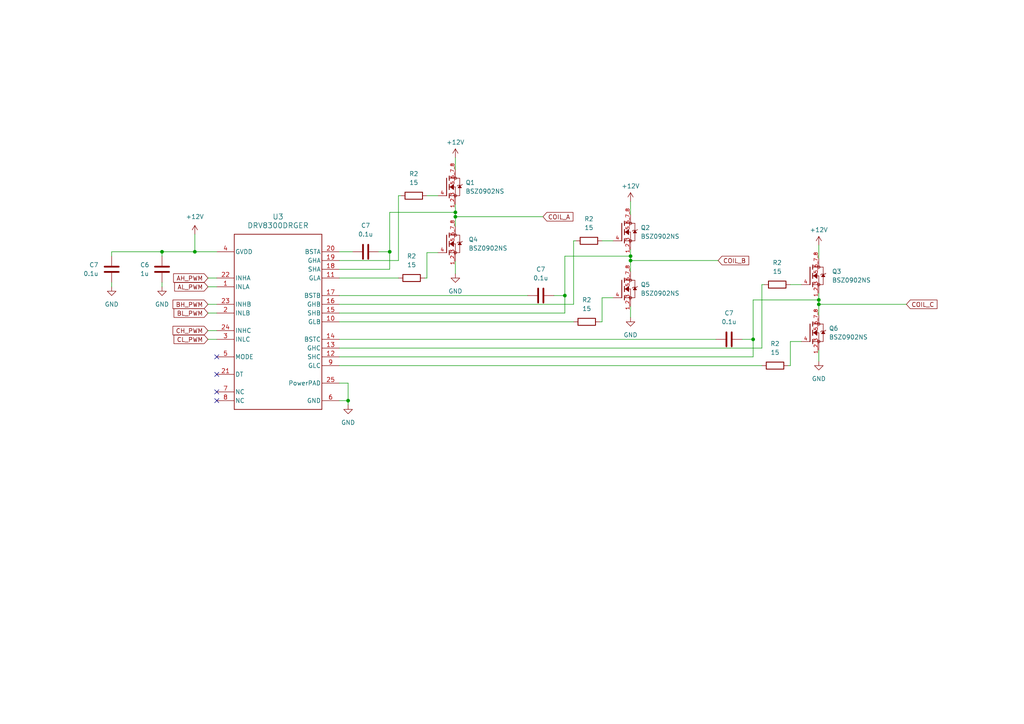
<source format=kicad_sch>
(kicad_sch (version 20230121) (generator eeschema)
  (paper "A4")
  (lib_symbols
    (symbol "BSZ0902NS:BSZ0902NS" (pin_names (offset 1.016))
      (property "Reference" "Q" (at -8.89 2.54 0))
      (property "Value" "BSZ0902NS" (at -8.89 -7.62 0))
      (symbol "BSZ0902NS_0_0"
        (polyline (pts (xy 0 2.54) (xy 0 -2.54)) (stroke (width 0.254)))
        (polyline (pts (xy 0.762 -2.54) (xy 0.762 -3.175)) (stroke (width 0.254)))
        (polyline (pts (xy 0.762 -1.905) (xy 0.762 -2.54)) (stroke (width 0.254)))
        (polyline (pts (xy 0.762 0) (xy 0.762 -0.762)) (stroke (width 0.254)))
        (polyline (pts (xy 0.762 0) (xy 2.54 0)) (stroke (width 0.1524)))
        (polyline (pts (xy 0.762 0.762) (xy 0.762 0)) (stroke (width 0.254)))
        (polyline (pts (xy 0.762 2.54) (xy 0.762 1.905)) (stroke (width 0.254)))
        (polyline (pts (xy 0.762 2.54) (xy 3.81 2.54)) (stroke (width 0.1524)))
        (polyline (pts (xy 0.762 3.175) (xy 0.762 2.54)) (stroke (width 0.254)))
        (polyline (pts (xy 2.54 -2.54) (xy 0.762 -2.54)) (stroke (width 0.1524)))
        (polyline (pts (xy 2.54 -2.54) (xy 3.81 -2.54)) (stroke (width 0.1524)))
        (polyline (pts (xy 2.54 0) (xy 2.54 -2.54)) (stroke (width 0.1524)))
        (polyline (pts (xy 3.302 0.508) (xy 3.048 0.254)) (stroke (width 0.1524)))
        (polyline (pts (xy 3.81 0.508) (xy 3.302 0.508)) (stroke (width 0.1524)))
        (polyline (pts (xy 3.81 0.508) (xy 3.81 -2.54)) (stroke (width 0.1524)))
        (polyline (pts (xy 3.81 2.54) (xy 3.81 0.508)) (stroke (width 0.1524)))
        (polyline (pts (xy 4.318 0.508) (xy 3.81 0.508)) (stroke (width 0.1524)))
        (polyline (pts (xy 4.572 0.762) (xy 4.318 0.508)) (stroke (width 0.1524)))
        (polyline (pts (xy 1.016 0) (xy 2.032 0.762) (xy 2.032 -0.762) (xy 1.016 0)) (stroke (width 0.1524)) (fill (type outline)))
        (polyline (pts (xy 3.81 0.508) (xy 3.302 -0.254) (xy 4.318 -0.254) (xy 3.81 0.508)) (stroke (width 0.1524)) (fill (type outline)))
        (circle (center 2.54 -2.54) (radius 0.3592))
        (circle (center 2.54 2.54) (radius 0.3592))
        (pin passive line (at 2.54 -5.08 90) (length 2.54) (name "~") (number "1_2_3"))
        (pin passive line (at -2.54 -2.54 0) (length 2.54) (name "~") (number "4"))
        (pin passive line (at 2.54 5.08 270) (length 2.54) (name "~") (number "5_6_7_8"))
      )
    )
    (symbol "DRV8300DRGER:DRV8300DRGER" (pin_names (offset 0.254))
      (property "Reference" "U" (at 0 2.54 0))
      (property "Value" "DRV8300DRGER" (at 0 0 0))
      (symbol "DRV8300DRGER_0_1"
        (polyline (pts (xy 5.08 -45.72) (xy 30.48 -45.72)) (stroke (width 0.2032)))
        (polyline (pts (xy 5.08 5.08) (xy 5.08 -45.72)) (stroke (width 0.2032)))
        (polyline (pts (xy 30.48 -45.72) (xy 30.48 5.08)) (stroke (width 0.2032)))
        (polyline (pts (xy 30.48 5.08) (xy 5.08 5.08)) (stroke (width 0.2032)))
        (pin input line (at 0 -10.16 0) (length 5.08) (name "INLA") (number "1"))
        (pin output line (at 35.56 -20.32 180) (length 5.08) (name "GLB") (number "10"))
        (pin output line (at 35.56 -7.62 180) (length 5.08) (name "GLA") (number "11"))
        (pin input line (at 35.56 -30.48 180) (length 5.08) (name "SHC") (number "12"))
        (pin output line (at 35.56 -27.94 180) (length 5.08) (name "GHC") (number "13"))
        (pin output line (at 35.56 -25.4 180) (length 5.08) (name "BSTC") (number "14"))
        (pin input line (at 35.56 -17.78 180) (length 5.08) (name "SHB") (number "15"))
        (pin output line (at 35.56 -15.24 180) (length 5.08) (name "GHB") (number "16"))
        (pin output line (at 35.56 -12.7 180) (length 5.08) (name "BSTB") (number "17"))
        (pin input line (at 35.56 -5.08 180) (length 5.08) (name "SHA") (number "18"))
        (pin output line (at 35.56 -2.54 180) (length 5.08) (name "GHA") (number "19"))
        (pin input line (at 0 -17.78 0) (length 5.08) (name "INLB") (number "2"))
        (pin output line (at 35.56 0 180) (length 5.08) (name "BSTA") (number "20"))
        (pin input line (at 0 -35.56 0) (length 5.08) (name "DT") (number "21"))
        (pin input line (at 0 -7.62 0) (length 5.08) (name "INHA") (number "22"))
        (pin input line (at 0 -15.24 0) (length 5.08) (name "INHB") (number "23"))
        (pin input line (at 0 -22.86 0) (length 5.08) (name "INHC") (number "24"))
        (pin power_in line (at 35.56 -38.1 180) (length 5.08) (name "PowerPAD") (number "25"))
        (pin input line (at 0 -25.4 0) (length 5.08) (name "INLC") (number "3"))
        (pin power_in line (at 0 0 0) (length 5.08) (name "GVDD") (number "4"))
        (pin input line (at 0 -30.48 0) (length 5.08) (name "MODE") (number "5"))
        (pin power_in line (at 35.56 -43.18 180) (length 5.08) (name "GND") (number "6"))
        (pin unspecified line (at 0 -40.64 0) (length 5.08) (name "NC") (number "7"))
        (pin unspecified line (at 0 -43.18 0) (length 5.08) (name "NC") (number "8"))
        (pin output line (at 35.56 -33.02 180) (length 5.08) (name "GLC") (number "9"))
      )
    )
    (symbol "Device:C" (pin_numbers hide) (pin_names (offset 0.254))
      (property "Reference" "C" (at 0.635 2.54 0))
      (property "Value" "C" (at 0.635 -2.54 0))
      (symbol "C_0_1"
        (polyline (pts (xy -2.032 -0.762) (xy 2.032 -0.762)) (stroke (width 0.508)))
        (polyline (pts (xy -2.032 0.762) (xy 2.032 0.762)) (stroke (width 0.508)))
      )
      (symbol "C_1_1"
        (pin passive line (at 0 3.81 270) (length 2.794) (name "~") (number "1"))
        (pin passive line (at 0 -3.81 90) (length 2.794) (name "~") (number "2"))
      )
    )
    (symbol "Device:R" (pin_numbers hide) (pin_names (offset 0))
      (property "Reference" "R" (at 2.032 0 90))
      (property "Value" "R" (at 0 0 90))
      (symbol "R_0_1"
        (rectangle (start -1.016 -2.54) (end 1.016 2.54) (stroke (width 0.254)))
      )
      (symbol "R_1_1"
        (pin passive line (at 0 3.81 270) (length 1.27) (name "~") (number "1"))
        (pin passive line (at 0 -3.81 90) (length 1.27) (name "~") (number "2"))
      )
    )
    (symbol "power:+12V" (power) (pin_names (offset 0))
      (property "Value" "+12V" (at 0 3.556 0))
      (symbol "+12V_0_1"
        (polyline (pts (xy -0.762 1.27) (xy 0 2.54)))
        (polyline (pts (xy 0 0) (xy 0 2.54)))
        (polyline (pts (xy 0 2.54) (xy 0.762 1.27)))
      )
      (symbol "+12V_1_1"
        (pin power_in line (at 0 0 90) (length 0) hide (name "+12V") (number "1"))
      )
    )
    (symbol "power:GND" (power) (pin_names (offset 0))
      (property "Value" "GND" (at 0 -3.81 0))
      (symbol "GND_0_1"
        (polyline (pts (xy 0 0) (xy 0 -1.27) (xy 1.27 -1.27) (xy 0 -2.54) (xy -1.27 -1.27) (xy 0 -1.27)))
      )
      (symbol "GND_1_1"
        (pin power_in line (at 0 0 270) (length 0) hide (name "GND") (number "1"))
      )
    )
  )
  (junction (at 182.88 74.295))
  (junction (at 100.965 116.205))
  (junction (at 237.49 88.265))
  (junction (at 132.08 61.595))
  (junction (at 56.515 73.025))
  (junction (at 182.88 75.565))
  (junction (at 46.99 73.025))
  (junction (at 218.44 98.425))
  (junction (at 237.49 86.995))
  (junction (at 163.83 85.725))
  (junction (at 132.08 62.865))
  (junction (at 113.03 73.025))
  (no_connect (at 62.865 108.585))
  (no_connect (at 62.865 113.665))
  (no_connect (at 62.865 103.505))
  (no_connect (at 62.865 116.205))
  (wire (pts (xy 100.965 111.125) (xy 100.965 116.205)))
  (wire (pts (xy 115.57 56.769) (xy 115.57 75.565)))
  (wire (pts (xy 98.425 85.725) (xy 153.035 85.725)))
  (wire (pts (xy 182.88 88.9) (xy 182.88 92.075)))
  (wire (pts (xy 229.235 99.06) (xy 229.235 106.045)))
  (wire (pts (xy 123.825 80.645) (xy 123.19 80.645)))
  (wire (pts (xy 32.385 74.295) (xy 32.385 73.025)))
  (wire (pts (xy 60.325 90.805) (xy 62.865 90.805)))
  (wire (pts (xy 109.855 73.025) (xy 113.03 73.025)))
  (wire (pts (xy 218.44 86.995) (xy 218.44 98.425)))
  (wire (pts (xy 98.425 98.425) (xy 207.645 98.425)))
  (wire (pts (xy 56.515 73.025) (xy 46.99 73.025)))
  (wire (pts (xy 98.425 80.645) (xy 115.57 80.645)))
  (wire (pts (xy 60.325 88.265) (xy 62.865 88.265)))
  (wire (pts (xy 221.615 82.55) (xy 220.98 82.55)))
  (wire (pts (xy 237.49 85.09) (xy 237.49 86.995)))
  (wire (pts (xy 98.425 100.965) (xy 220.98 100.965)))
  (wire (pts (xy 237.49 71.12) (xy 237.49 74.93)))
  (wire (pts (xy 132.08 61.595) (xy 132.08 62.865)))
  (wire (pts (xy 229.235 106.045) (xy 228.6 106.045)))
  (wire (pts (xy 60.325 80.645) (xy 62.865 80.645)))
  (wire (pts (xy 98.425 111.125) (xy 100.965 111.125)))
  (wire (pts (xy 229.235 99.06) (xy 232.41 99.06)))
  (wire (pts (xy 132.08 45.72) (xy 132.08 49.149)))
  (wire (pts (xy 46.99 73.025) (xy 46.99 74.295)))
  (wire (pts (xy 60.325 83.185) (xy 62.865 83.185)))
  (wire (pts (xy 163.83 74.295) (xy 182.88 74.295)))
  (wire (pts (xy 98.425 75.565) (xy 115.57 75.565)))
  (wire (pts (xy 98.425 103.505) (xy 218.44 103.505)))
  (wire (pts (xy 220.98 82.55) (xy 220.98 100.965)))
  (wire (pts (xy 215.265 98.425) (xy 218.44 98.425)))
  (wire (pts (xy 98.425 78.105) (xy 113.03 78.105)))
  (wire (pts (xy 174.625 69.85) (xy 177.8 69.85)))
  (wire (pts (xy 166.37 69.85) (xy 166.37 88.265)))
  (wire (pts (xy 237.49 101.6) (xy 237.49 104.775)))
  (wire (pts (xy 218.44 103.505) (xy 218.44 98.425)))
  (wire (pts (xy 132.08 62.865) (xy 157.48 62.865)))
  (wire (pts (xy 182.88 75.565) (xy 182.88 78.74)))
  (wire (pts (xy 98.425 106.045) (xy 220.98 106.045)))
  (wire (pts (xy 123.825 73.279) (xy 127 73.279)))
  (wire (pts (xy 237.49 88.265) (xy 237.49 91.44)))
  (wire (pts (xy 100.965 116.205) (xy 100.965 117.475)))
  (wire (pts (xy 174.625 93.345) (xy 173.99 93.345)))
  (wire (pts (xy 98.425 116.205) (xy 100.965 116.205)))
  (wire (pts (xy 182.88 75.565) (xy 208.28 75.565)))
  (wire (pts (xy 160.655 85.725) (xy 163.83 85.725)))
  (wire (pts (xy 98.425 88.265) (xy 166.37 88.265)))
  (wire (pts (xy 174.625 86.36) (xy 174.625 93.345)))
  (wire (pts (xy 123.825 56.769) (xy 127 56.769)))
  (wire (pts (xy 98.425 90.805) (xy 163.83 90.805)))
  (wire (pts (xy 174.625 86.36) (xy 177.8 86.36)))
  (wire (pts (xy 132.08 75.819) (xy 132.08 79.375)))
  (wire (pts (xy 123.825 73.279) (xy 123.825 80.645)))
  (wire (pts (xy 229.235 82.55) (xy 232.41 82.55)))
  (wire (pts (xy 182.88 58.42) (xy 182.88 62.23)))
  (wire (pts (xy 32.385 73.025) (xy 46.99 73.025)))
  (wire (pts (xy 56.515 73.025) (xy 62.865 73.025)))
  (wire (pts (xy 113.03 78.105) (xy 113.03 73.025)))
  (wire (pts (xy 98.425 73.025) (xy 102.235 73.025)))
  (wire (pts (xy 56.515 67.945) (xy 56.515 73.025)))
  (wire (pts (xy 60.325 95.885) (xy 62.865 95.885)))
  (wire (pts (xy 113.03 61.595) (xy 132.08 61.595)))
  (wire (pts (xy 218.44 86.995) (xy 237.49 86.995)))
  (wire (pts (xy 182.88 74.295) (xy 182.88 75.565)))
  (wire (pts (xy 115.57 56.769) (xy 116.205 56.769)))
  (wire (pts (xy 163.83 90.805) (xy 163.83 85.725)))
  (wire (pts (xy 237.49 88.265) (xy 262.89 88.265)))
  (wire (pts (xy 132.08 59.309) (xy 132.08 61.595)))
  (wire (pts (xy 237.49 86.995) (xy 237.49 88.265)))
  (wire (pts (xy 98.425 93.345) (xy 166.37 93.345)))
  (wire (pts (xy 113.03 61.595) (xy 113.03 73.025)))
  (wire (pts (xy 132.08 62.865) (xy 132.08 65.659)))
  (wire (pts (xy 32.385 81.915) (xy 32.385 83.185)))
  (wire (pts (xy 46.99 81.915) (xy 46.99 83.185)))
  (wire (pts (xy 167.005 69.85) (xy 166.37 69.85)))
  (wire (pts (xy 182.88 72.39) (xy 182.88 74.295)))
  (wire (pts (xy 60.325 98.425) (xy 62.865 98.425)))
  (wire (pts (xy 163.83 74.295) (xy 163.83 85.725)))
  (global_label "COIL_A" (shape input) (at 157.48 62.865 0) (property "Intersheetrefs" "${INTERSHEET_REFS}" (effects hide)))
  (global_label "CH_PWM" (shape input) (at 60.325 95.885 180) (property "Intersheetrefs" "${INTERSHEET_REFS}" (effects hide)))
  (global_label "AH_PWM" (shape input) (at 60.325 80.645 180) (property "Intersheetrefs" "${INTERSHEET_REFS}" (effects hide)))
  (global_label "BH_PWM" (shape input) (at 60.325 88.265 180) (property "Intersheetrefs" "${INTERSHEET_REFS}" (effects hide)))
  (global_label "COIL_C" (shape input) (at 262.89 88.265 0) (property "Intersheetrefs" "${INTERSHEET_REFS}" (effects hide)))
  (global_label "BL_PWM" (shape input) (at 60.325 90.805 180) (property "Intersheetrefs" "${INTERSHEET_REFS}" (effects hide)))
  (global_label "AL_PWM" (shape input) (at 60.325 83.185 180) (property "Intersheetrefs" "${INTERSHEET_REFS}" (effects hide)))
  (global_label "CL_PWM" (shape input) (at 60.325 98.425 180) (property "Intersheetrefs" "${INTERSHEET_REFS}" (effects hide)))
  (global_label "COIL_B" (shape input) (at 208.28 75.565 0) (property "Intersheetrefs" "${INTERSHEET_REFS}" (effects hide)))
  (symbol (lib_id "power:+12V") (at 182.88 58.42 0) (unit 1)
    (property "Reference" "#PWR013" (effects hide))
    (property "Value" "+12V" (at 182.88 53.975 0))
  )
  (symbol (lib_id "BSZ0902NS:BSZ0902NS") (at 129.54 70.739 0) (unit 1)
    (property "Reference" "Q4" (at 135.89 69.469 0) (effects (justify left)))
    (property "Value" "BSZ0902NS" (at 135.89 72.009 0) (effects (justify left)))
    (property "Footprint" "BSZ0902NS:BSZ0902NS" (effects hide))
    (property "MF" "Infineon" (effects hide))
    (property "MAXIMUM_PACKAGE_HEIGHT" "1.1 mm" (effects hide))
    (property "Package" "Package" (effects hide))
    (property "Price" "None" (effects hide))
    (property "Check_prices" "https://www.snapeda.com/parts/BSZ0902NS/Infineon/view-part/?ref=eda" (effects hide))
    (property "STANDARD" "Manufacturer Recommendations" (effects hide))
    (property "PARTREV" "2.4" (effects hide))
    (property "SnapEDA_Link" "https://www.snapeda.com/parts/BSZ0902NS/Infineon/view-part/?ref=snap" (effects hide))
    (property "MP" "BSZ0902NS" (effects hide))
    (property "Description" "\nN-Channel 30V 19A (Ta), 40A (Tc) 2.1W (Ta), 48W (Tc) Surface Mount PG-TSDSON-8-FL\n" (effects hide))
    (property "MANUFACTURER" "Infineon" (effects hide))
    (property "Availability" "In Stock" (effects hide))
    (property "SNAPEDA_PN" "BSZ0902NS" (effects hide))
  )
  (symbol (lib_id "power:GND") (at 132.08 79.375 0) (unit 1)
    (property "Reference" "#PWR014" (effects hide))
    (property "Value" "GND" (at 132.08 84.455 0))
  )
  (symbol (lib_id "Device:C") (at 106.045 73.025 270) (unit 1)
    (property "Reference" "C7" (at 106.045 65.405 90))
    (property "Value" "0.1u" (at 106.045 67.945 90))
    (property "Footprint" "Capacitor_SMD:C_0603_1608Metric_Pad1.08x0.95mm_HandSolder" (effects hide))
  )
  (symbol (lib_id "BSZ0902NS:BSZ0902NS") (at 234.95 96.52 0) (unit 1)
    (property "Reference" "Q6" (at 240.411 95.25 0) (effects (justify left)))
    (property "Value" "BSZ0902NS" (at 240.411 97.79 0) (effects (justify left)))
    (property "Footprint" "BSZ0902NS:BSZ0902NS" (effects hide))
    (property "MF" "Infineon" (effects hide))
    (property "MAXIMUM_PACKAGE_HEIGHT" "1.1 mm" (effects hide))
    (property "Package" "Package" (effects hide))
    (property "Price" "None" (effects hide))
    (property "Check_prices" "https://www.snapeda.com/parts/BSZ0902NS/Infineon/view-part/?ref=eda" (effects hide))
    (property "STANDARD" "Manufacturer Recommendations" (effects hide))
    (property "PARTREV" "2.4" (effects hide))
    (property "SnapEDA_Link" "https://www.snapeda.com/parts/BSZ0902NS/Infineon/view-part/?ref=snap" (effects hide))
    (property "MP" "BSZ0902NS" (effects hide))
    (property "Description" "\nN-Channel 30V 19A (Ta), 40A (Tc) 2.1W (Ta), 48W (Tc) Surface Mount PG-TSDSON-8-FL\n" (effects hide))
    (property "MANUFACTURER" "Infineon" (effects hide))
    (property "Availability" "In Stock" (effects hide))
    (property "SNAPEDA_PN" "BSZ0902NS" (effects hide))
  )
  (symbol (lib_id "power:GND") (at 100.965 117.475 0) (unit 1)
    (property "Reference" "#PWR012" (effects hide))
    (property "Value" "GND" (at 100.965 122.555 0))
  )
  (symbol (lib_id "power:GND") (at 46.99 83.185 0) (unit 1)
    (property "Reference" "#PWR011" (effects hide))
    (property "Value" "GND" (at 46.99 88.265 0))
  )
  (symbol (lib_id "Device:C") (at 156.845 85.725 270) (unit 1)
    (property "Reference" "C7" (at 156.845 78.105 90))
    (property "Value" "0.1u" (at 156.845 80.645 90))
    (property "Footprint" "Capacitor_SMD:C_0603_1608Metric_Pad1.08x0.95mm_HandSolder" (effects hide))
  )
  (symbol (lib_id "DRV8300DRGER:DRV8300DRGER") (at 62.865 73.025 0) (unit 1)
    (property "Reference" "U3" (at 80.645 62.865 0) (effects (font (size 1.524 1.524))))
    (property "Value" "DRV8300DRGER" (at 80.645 65.405 0) (effects (font (size 1.524 1.524))))
    (property "Footprint" "DRV8300DRGER:RGE0024B-IPC_C" (effects hide))
    (property "Datasheet" "DRV8300DRGER" (effects hide))
  )
  (symbol (lib_id "Device:C") (at 32.385 78.105 0) (mirror y) (unit 1)
    (property "Reference" "C7" (at 28.575 76.835 0) (effects (justify left)))
    (property "Value" "0.1u" (at 28.575 79.375 0) (effects (justify left)))
    (property "Footprint" "Capacitor_SMD:C_0603_1608Metric_Pad1.08x0.95mm_HandSolder" (effects hide))
  )
  (symbol (lib_id "BSZ0902NS:BSZ0902NS") (at 129.54 54.229 0) (unit 1)
    (property "Reference" "Q1" (at 135.001 52.959 0) (effects (justify left)))
    (property "Value" "BSZ0902NS" (at 135.001 55.499 0) (effects (justify left)))
    (property "Footprint" "BSZ0902NS:BSZ0902NS" (effects hide))
    (property "MF" "Infineon" (effects hide))
    (property "MAXIMUM_PACKAGE_HEIGHT" "1.1 mm" (effects hide))
    (property "Package" "Package" (effects hide))
    (property "Price" "None" (effects hide))
    (property "Check_prices" "https://www.snapeda.com/parts/BSZ0902NS/Infineon/view-part/?ref=eda" (effects hide))
    (property "STANDARD" "Manufacturer Recommendations" (effects hide))
    (property "PARTREV" "2.4" (effects hide))
    (property "SnapEDA_Link" "https://www.snapeda.com/parts/BSZ0902NS/Infineon/view-part/?ref=snap" (effects hide))
    (property "MP" "BSZ0902NS" (effects hide))
    (property "Description" "\nN-Channel 30V 19A (Ta), 40A (Tc) 2.1W (Ta), 48W (Tc) Surface Mount PG-TSDSON-8-FL\n" (effects hide))
    (property "MANUFACTURER" "Infineon" (effects hide))
    (property "Availability" "In Stock" (effects hide))
    (property "SNAPEDA_PN" "BSZ0902NS" (effects hide))
  )
  (symbol (lib_id "power:+12V") (at 56.515 67.945 0) (unit 1)
    (property "Reference" "#PWR010" (effects hide))
    (property "Value" "+12V" (at 56.515 62.865 0))
  )
  (symbol (lib_id "Device:R") (at 119.38 80.645 90) (unit 1)
    (property "Reference" "R2" (at 119.38 74.295 90))
    (property "Value" "15" (at 119.38 76.835 90))
    (property "Footprint" "Resistor_SMD:R_0603_1608Metric_Pad0.98x0.95mm_HandSolder" (effects hide))
  )
  (symbol (lib_id "Device:C") (at 46.99 78.105 180) (unit 1)
    (property "Reference" "C6" (at 40.64 76.835 0) (effects (justify right)))
    (property "Value" "1u" (at 40.64 79.375 0) (effects (justify right)))
    (property "Footprint" "Capacitor_SMD:C_0603_1608Metric_Pad1.08x0.95mm_HandSolder" (effects hide))
  )
  (symbol (lib_id "power:GND") (at 237.49 104.775 0) (unit 1)
    (property "Reference" "#PWR014" (effects hide))
    (property "Value" "GND" (at 237.49 109.855 0))
  )
  (symbol (lib_id "Device:R") (at 170.18 93.345 90) (unit 1)
    (property "Reference" "R2" (at 170.18 86.995 90))
    (property "Value" "15" (at 170.18 89.535 90))
    (property "Footprint" "Resistor_SMD:R_0603_1608Metric_Pad0.98x0.95mm_HandSolder" (effects hide))
  )
  (symbol (lib_id "power:+12V") (at 237.49 71.12 0) (unit 1)
    (property "Reference" "#PWR013" (effects hide))
    (property "Value" "+12V" (at 237.49 66.675 0))
  )
  (symbol (lib_id "BSZ0902NS:BSZ0902NS") (at 234.95 80.01 0) (unit 1)
    (property "Reference" "Q3" (at 241.3 78.74 0) (effects (justify left)))
    (property "Value" "BSZ0902NS" (at 241.3 81.28 0) (effects (justify left)))
    (property "Footprint" "BSZ0902NS:BSZ0902NS" (effects hide))
    (property "MF" "Infineon" (effects hide))
    (property "MAXIMUM_PACKAGE_HEIGHT" "1.1 mm" (effects hide))
    (property "Package" "Package" (effects hide))
    (property "Price" "None" (effects hide))
    (property "Check_prices" "https://www.snapeda.com/parts/BSZ0902NS/Infineon/view-part/?ref=eda" (effects hide))
    (property "STANDARD" "Manufacturer Recommendations" (effects hide))
    (property "PARTREV" "2.4" (effects hide))
    (property "SnapEDA_Link" "https://www.snapeda.com/parts/BSZ0902NS/Infineon/view-part/?ref=snap" (effects hide))
    (property "MP" "BSZ0902NS" (effects hide))
    (property "Description" "\nN-Channel 30V 19A (Ta), 40A (Tc) 2.1W (Ta), 48W (Tc) Surface Mount PG-TSDSON-8-FL\n" (effects hide))
    (property "MANUFACTURER" "Infineon" (effects hide))
    (property "Availability" "In Stock" (effects hide))
    (property "SNAPEDA_PN" "BSZ0902NS" (effects hide))
  )
  (symbol (lib_id "Device:R") (at 224.79 106.045 90) (unit 1)
    (property "Reference" "R2" (at 224.79 99.695 90))
    (property "Value" "15" (at 224.79 102.235 90))
    (property "Footprint" "Resistor_SMD:R_0603_1608Metric_Pad0.98x0.95mm_HandSolder" (effects hide))
  )
  (symbol (lib_id "power:GND") (at 32.385 83.185 0) (unit 1)
    (property "Reference" "#PWR011" (effects hide))
    (property "Value" "GND" (at 32.385 88.265 0))
  )
  (symbol (lib_id "BSZ0902NS:BSZ0902NS") (at 180.34 83.82 0) (unit 1)
    (property "Reference" "Q5" (at 185.801 82.55 0) (effects (justify left)))
    (property "Value" "BSZ0902NS" (at 185.801 85.09 0) (effects (justify left)))
    (property "Footprint" "BSZ0902NS:BSZ0902NS" (effects hide))
    (property "MF" "Infineon" (effects hide))
    (property "MAXIMUM_PACKAGE_HEIGHT" "1.1 mm" (effects hide))
    (property "Package" "Package" (effects hide))
    (property "Price" "None" (effects hide))
    (property "Check_prices" "https://www.snapeda.com/parts/BSZ0902NS/Infineon/view-part/?ref=eda" (effects hide))
    (property "STANDARD" "Manufacturer Recommendations" (effects hide))
    (property "PARTREV" "2.4" (effects hide))
    (property "SnapEDA_Link" "https://www.snapeda.com/parts/BSZ0902NS/Infineon/view-part/?ref=snap" (effects hide))
    (property "MP" "BSZ0902NS" (effects hide))
    (property "Description" "\nN-Channel 30V 19A (Ta), 40A (Tc) 2.1W (Ta), 48W (Tc) Surface Mount PG-TSDSON-8-FL\n" (effects hide))
    (property "MANUFACTURER" "Infineon" (effects hide))
    (property "Availability" "In Stock" (effects hide))
    (property "SNAPEDA_PN" "BSZ0902NS" (effects hide))
  )
  (symbol (lib_id "power:GND") (at 182.88 92.075 0) (unit 1)
    (property "Reference" "#PWR014" (effects hide))
    (property "Value" "GND" (at 182.88 97.155 0))
  )
  (symbol (lib_id "Device:R") (at 120.015 56.769 90) (unit 1)
    (property "Reference" "R2" (at 120.015 50.419 90))
    (property "Value" "15" (at 120.015 52.959 90))
    (property "Footprint" "Resistor_SMD:R_0603_1608Metric_Pad0.98x0.95mm_HandSolder" (effects hide))
  )
  (symbol (lib_id "Device:C") (at 211.455 98.425 270) (unit 1)
    (property "Reference" "C7" (at 211.455 90.805 90))
    (property "Value" "0.1u" (at 211.455 93.345 90))
    (property "Footprint" "Capacitor_SMD:C_0603_1608Metric_Pad1.08x0.95mm_HandSolder" (effects hide))
  )
  (symbol (lib_id "Device:R") (at 225.425 82.55 90) (unit 1)
    (property "Reference" "R2" (at 225.425 76.2 90))
    (property "Value" "15" (at 225.425 78.74 90))
    (property "Footprint" "Resistor_SMD:R_0603_1608Metric_Pad0.98x0.95mm_HandSolder" (effects hide))
  )
  (symbol (lib_id "BSZ0902NS:BSZ0902NS") (at 180.34 67.31 0) (unit 1)
    (property "Reference" "Q2" (at 185.801 66.04 0) (effects (justify left)))
    (property "Value" "BSZ0902NS" (at 185.801 68.58 0) (effects (justify left)))
    (property "Footprint" "BSZ0902NS:BSZ0902NS" (effects hide))
    (property "MF" "Infineon" (effects hide))
    (property "MAXIMUM_PACKAGE_HEIGHT" "1.1 mm" (effects hide))
    (property "Package" "Package" (effects hide))
    (property "Price" "None" (effects hide))
    (property "Check_prices" "https://www.snapeda.com/parts/BSZ0902NS/Infineon/view-part/?ref=eda" (effects hide))
    (property "STANDARD" "Manufacturer Recommendations" (effects hide))
    (property "PARTREV" "2.4" (effects hide))
    (property "SnapEDA_Link" "https://www.snapeda.com/parts/BSZ0902NS/Infineon/view-part/?ref=snap" (effects hide))
    (property "MP" "BSZ0902NS" (effects hide))
    (property "Description" "\nN-Channel 30V 19A (Ta), 40A (Tc) 2.1W (Ta), 48W (Tc) Surface Mount PG-TSDSON-8-FL\n" (effects hide))
    (property "MANUFACTURER" "Infineon" (effects hide))
    (property "Availability" "In Stock" (effects hide))
    (property "SNAPEDA_PN" "BSZ0902NS" (effects hide))
  )
  (symbol (lib_id "power:+12V") (at 132.08 45.72 0) (unit 1)
    (property "Reference" "#PWR013" (effects hide))
    (property "Value" "+12V" (at 132.08 41.275 0))
  )
  (symbol (lib_id "Device:R") (at 170.815 69.85 90) (unit 1)
    (property "Reference" "R2" (at 170.815 63.5 90))
    (property "Value" "15" (at 170.815 66.04 90))
    (property "Footprint" "Resistor_SMD:R_0603_1608Metric_Pad0.98x0.95mm_HandSolder" (effects hide))
  )
)
</source>
